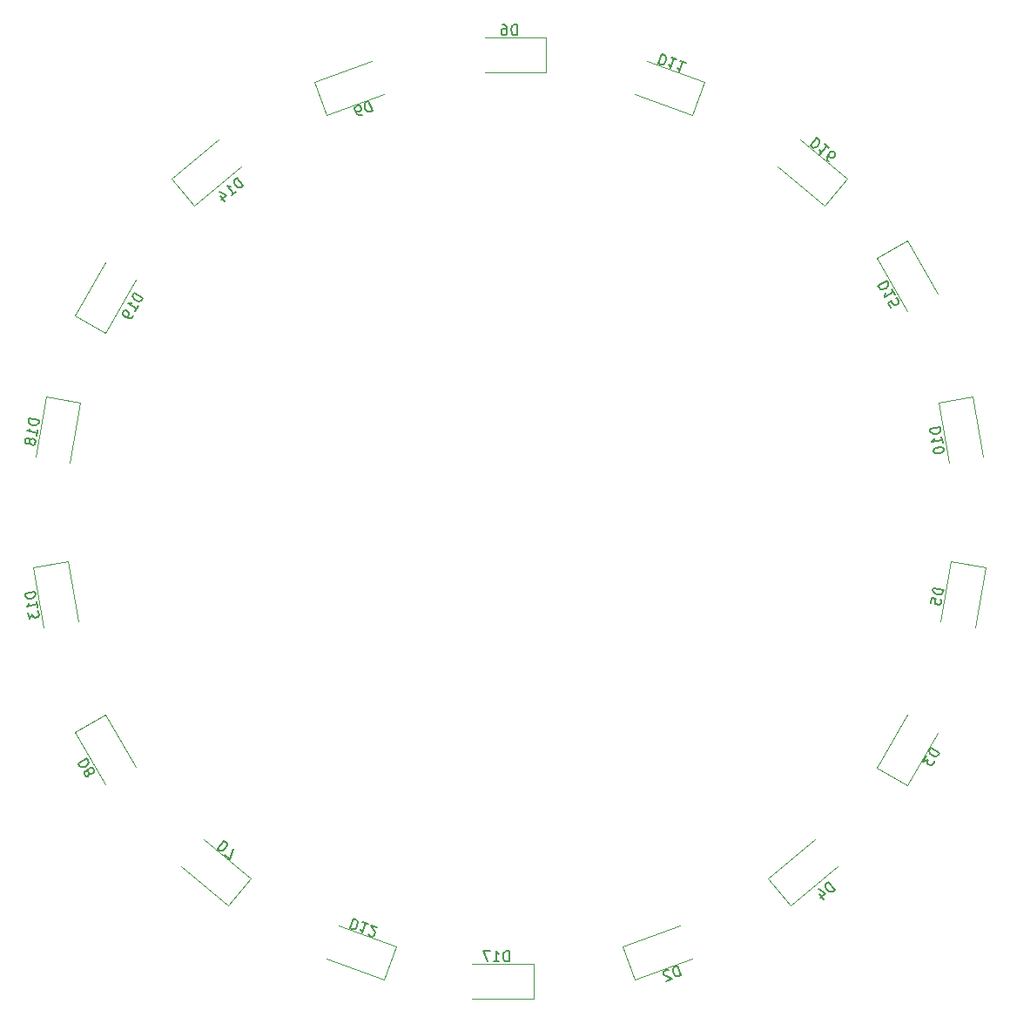
<source format=gbr>
%TF.GenerationSoftware,KiCad,Pcbnew,(6.0.9)*%
%TF.CreationDate,2022-11-20T19:55:09+01:00*%
%TF.ProjectId,ZLight_V2,5a4c6967-6874-45f5-9632-2e6b69636164,rev?*%
%TF.SameCoordinates,Original*%
%TF.FileFunction,Legend,Bot*%
%TF.FilePolarity,Positive*%
%FSLAX46Y46*%
G04 Gerber Fmt 4.6, Leading zero omitted, Abs format (unit mm)*
G04 Created by KiCad (PCBNEW (6.0.9)) date 2022-11-20 19:55:09*
%MOMM*%
%LPD*%
G01*
G04 APERTURE LIST*
%ADD10C,0.150000*%
%ADD11C,0.120000*%
G04 APERTURE END LIST*
D10*
%TO.C,D12*%
X134834516Y-138904328D02*
X134492495Y-139844021D01*
X134716232Y-139925454D01*
X134866760Y-139929567D01*
X134988828Y-139872646D01*
X135066149Y-139799438D01*
X135176043Y-139636736D01*
X135224903Y-139502494D01*
X135245302Y-139307218D01*
X135233128Y-139201437D01*
X135176207Y-139079369D01*
X135058252Y-138985762D01*
X134834516Y-138904328D01*
X136266428Y-139425502D02*
X135729461Y-139230062D01*
X135997945Y-139327782D02*
X135655924Y-140267474D01*
X135615290Y-140100659D01*
X135558369Y-139978591D01*
X135485161Y-139901271D01*
X136314959Y-140405993D02*
X136343420Y-140467027D01*
X136416628Y-140544348D01*
X136640364Y-140625781D01*
X136746145Y-140613607D01*
X136807179Y-140585147D01*
X136884500Y-140511939D01*
X136917073Y-140422444D01*
X136921186Y-140271916D01*
X136579659Y-139539509D01*
X137161373Y-139751235D01*
%TO.C,D8*%
X108944264Y-123334600D02*
X108078239Y-123834600D01*
X108197286Y-124040796D01*
X108309954Y-124140705D01*
X108440052Y-124175564D01*
X108546340Y-124169185D01*
X108735107Y-124115186D01*
X108858825Y-124043757D01*
X108999973Y-123907280D01*
X109058642Y-123818421D01*
X109093501Y-123688324D01*
X109063312Y-123540796D01*
X108944264Y-123334600D01*
X109020821Y-124610057D02*
X108931963Y-124551388D01*
X108866914Y-124533959D01*
X108760626Y-124540338D01*
X108719387Y-124564148D01*
X108660717Y-124653006D01*
X108643288Y-124718055D01*
X108649667Y-124824343D01*
X108744906Y-124989300D01*
X108833764Y-125047969D01*
X108898813Y-125065399D01*
X109005101Y-125059019D01*
X109046340Y-125035210D01*
X109105009Y-124946352D01*
X109122439Y-124881303D01*
X109116059Y-124775015D01*
X109020821Y-124610057D01*
X109014441Y-124503769D01*
X109031871Y-124438720D01*
X109090540Y-124349862D01*
X109255498Y-124254624D01*
X109361786Y-124248244D01*
X109426834Y-124265674D01*
X109515693Y-124324343D01*
X109610931Y-124489300D01*
X109617311Y-124595588D01*
X109599881Y-124660637D01*
X109541212Y-124749496D01*
X109376255Y-124844734D01*
X109269966Y-124851113D01*
X109204918Y-124833684D01*
X109116059Y-124775015D01*
%TO.C,D9*%
X136669154Y-60427917D02*
X136327133Y-59488224D01*
X136103397Y-59569658D01*
X135985442Y-59663265D01*
X135928521Y-59785333D01*
X135916347Y-59891114D01*
X135936746Y-60086390D01*
X135985606Y-60220632D01*
X136095500Y-60383334D01*
X136172821Y-60456542D01*
X136294889Y-60513463D01*
X136445417Y-60509350D01*
X136669154Y-60427917D01*
X135684714Y-60786224D02*
X135505725Y-60851371D01*
X135399943Y-60839197D01*
X135338909Y-60810736D01*
X135200555Y-60709068D01*
X135090661Y-60546365D01*
X134960368Y-60188387D01*
X134972541Y-60082606D01*
X135001002Y-60021572D01*
X135074210Y-59944251D01*
X135253199Y-59879105D01*
X135358980Y-59891279D01*
X135420014Y-59919739D01*
X135497335Y-59992947D01*
X135578768Y-60216683D01*
X135566594Y-60322465D01*
X135538134Y-60383499D01*
X135464926Y-60460819D01*
X135285937Y-60525966D01*
X135180155Y-60513792D01*
X135119122Y-60485331D01*
X135041801Y-60412123D01*
%TO.C,D19*%
X114398916Y-78574588D02*
X113532890Y-78074588D01*
X113413843Y-78280784D01*
X113383653Y-78428312D01*
X113418513Y-78558409D01*
X113477182Y-78647268D01*
X113618330Y-78783745D01*
X113742048Y-78855174D01*
X113930814Y-78909172D01*
X114037103Y-78915552D01*
X114167200Y-78880693D01*
X114279868Y-78780784D01*
X114398916Y-78574588D01*
X113637011Y-79894245D02*
X113922725Y-79399374D01*
X113779868Y-79646810D02*
X112913843Y-79146810D01*
X113085180Y-79135760D01*
X113215277Y-79100900D01*
X113304136Y-79042231D01*
X113398916Y-80306639D02*
X113303678Y-80471596D01*
X113214819Y-80530265D01*
X113149770Y-80547695D01*
X112978434Y-80558745D01*
X112789667Y-80504746D01*
X112459752Y-80314270D01*
X112401083Y-80225411D01*
X112383653Y-80160362D01*
X112390033Y-80054074D01*
X112485271Y-79889117D01*
X112574130Y-79830448D01*
X112639178Y-79813018D01*
X112745467Y-79819398D01*
X112951663Y-79938446D01*
X113010332Y-80027304D01*
X113027762Y-80092353D01*
X113021382Y-80198641D01*
X112926144Y-80363598D01*
X112837286Y-80422267D01*
X112772237Y-80439697D01*
X112665949Y-80433317D01*
%TO.C,D5*%
X192210138Y-106934917D02*
X191225330Y-106761269D01*
X191183985Y-106995747D01*
X191206074Y-107144702D01*
X191283327Y-107255031D01*
X191368849Y-107318465D01*
X191548163Y-107398436D01*
X191688850Y-107423243D01*
X191884701Y-107409424D01*
X191986761Y-107379066D01*
X192097090Y-107301813D01*
X192168793Y-107169395D01*
X192210138Y-106934917D01*
X190968992Y-108215032D02*
X191051682Y-107746076D01*
X191528907Y-107781870D01*
X191473742Y-107820497D01*
X191410309Y-107906019D01*
X191368964Y-108140497D01*
X191399322Y-108242557D01*
X191437948Y-108297722D01*
X191523470Y-108361156D01*
X191757948Y-108402500D01*
X191860009Y-108372143D01*
X191915173Y-108333516D01*
X191978607Y-108247994D01*
X192019952Y-108013516D01*
X191989594Y-107911456D01*
X191950967Y-107856291D01*
%TO.C,D11*%
X164834516Y-54904328D02*
X164492495Y-55844021D01*
X164716232Y-55925454D01*
X164866760Y-55929567D01*
X164988828Y-55872646D01*
X165066149Y-55799438D01*
X165176043Y-55636736D01*
X165224903Y-55502494D01*
X165245302Y-55307218D01*
X165233128Y-55201437D01*
X165176207Y-55079369D01*
X165058252Y-54985762D01*
X164834516Y-54904328D01*
X166266428Y-55425502D02*
X165729461Y-55230062D01*
X165997945Y-55327782D02*
X165655924Y-56267474D01*
X165615290Y-56100659D01*
X165558369Y-55978591D01*
X165485161Y-55901271D01*
X167161373Y-55751235D02*
X166624406Y-55555795D01*
X166892890Y-55653515D02*
X166550870Y-56593208D01*
X166510235Y-56426393D01*
X166453314Y-56304325D01*
X166380106Y-56227004D01*
%TO.C,D15*%
X186706169Y-76922207D02*
X185840144Y-77422207D01*
X185959191Y-77628403D01*
X186071859Y-77728312D01*
X186201957Y-77763171D01*
X186308245Y-77756791D01*
X186497012Y-77702793D01*
X186620730Y-77631364D01*
X186761877Y-77494887D01*
X186820546Y-77406028D01*
X186855406Y-77275931D01*
X186825217Y-77128403D01*
X186706169Y-76922207D01*
X187468074Y-78241865D02*
X187182360Y-77746993D01*
X187325217Y-77994429D02*
X186459191Y-78494429D01*
X186535290Y-78340521D01*
X186570150Y-78210424D01*
X186563770Y-78104136D01*
X187054429Y-79525411D02*
X186816334Y-79113018D01*
X187204918Y-78833684D01*
X187187488Y-78898733D01*
X187193868Y-79005021D01*
X187312915Y-79211217D01*
X187401774Y-79269886D01*
X187466822Y-79287316D01*
X187573111Y-79280936D01*
X187779307Y-79161889D01*
X187837976Y-79073030D01*
X187855406Y-79007982D01*
X187849026Y-78901693D01*
X187729979Y-78695497D01*
X187641120Y-78636828D01*
X187576071Y-78619398D01*
%TO.C,D14*%
X124120981Y-67666016D02*
X123478194Y-66899971D01*
X123295802Y-67053016D01*
X123216976Y-67181321D01*
X123205237Y-67315495D01*
X123229977Y-67419061D01*
X123315934Y-67595583D01*
X123407761Y-67705018D01*
X123566675Y-67820322D01*
X123664371Y-67862670D01*
X123798546Y-67874409D01*
X123938590Y-67819060D01*
X124120981Y-67666016D01*
X122953675Y-68645501D02*
X123391415Y-68278194D01*
X123172545Y-68461848D02*
X122529758Y-67695803D01*
X122694541Y-67744020D01*
X122828716Y-67755759D01*
X122932281Y-67731020D01*
X121868541Y-68685766D02*
X122297066Y-69196462D01*
X121806061Y-68240895D02*
X122447586Y-68635025D01*
X121973368Y-69032941D01*
%TO.C,D16*%
X179903278Y-63034421D02*
X179260490Y-63800465D01*
X179442881Y-63953510D01*
X179582925Y-64008858D01*
X179717100Y-63997120D01*
X179814796Y-63954772D01*
X179973710Y-63839468D01*
X180065537Y-63730033D01*
X180151494Y-63553511D01*
X180176234Y-63449945D01*
X180164495Y-63315771D01*
X180085669Y-63187465D01*
X179903278Y-63034421D01*
X181070583Y-64013907D02*
X180632844Y-63646599D01*
X180851714Y-63830253D02*
X180208926Y-64596297D01*
X180227796Y-64425645D01*
X180216057Y-64291470D01*
X180173710Y-64193774D01*
X181084405Y-65330912D02*
X180938492Y-65208476D01*
X180896144Y-65110780D01*
X180890275Y-65043693D01*
X180909145Y-64873040D01*
X180995103Y-64696518D01*
X181239974Y-64404691D01*
X181337670Y-64362344D01*
X181404757Y-64356474D01*
X181508323Y-64381214D01*
X181654236Y-64503650D01*
X181696584Y-64601346D01*
X181702453Y-64668433D01*
X181677714Y-64771999D01*
X181524669Y-64954390D01*
X181426973Y-64996738D01*
X181359886Y-65002607D01*
X181256320Y-64977868D01*
X181110407Y-64855432D01*
X181068059Y-64757736D01*
X181062190Y-64690648D01*
X181086929Y-64587083D01*
%TO.C,D17*%
X149964285Y-143052380D02*
X149964285Y-142052380D01*
X149726190Y-142052380D01*
X149583333Y-142100000D01*
X149488095Y-142195238D01*
X149440476Y-142290476D01*
X149392857Y-142480952D01*
X149392857Y-142623809D01*
X149440476Y-142814285D01*
X149488095Y-142909523D01*
X149583333Y-143004761D01*
X149726190Y-143052380D01*
X149964285Y-143052380D01*
X148440476Y-143052380D02*
X149011904Y-143052380D01*
X148726190Y-143052380D02*
X148726190Y-142052380D01*
X148821428Y-142195238D01*
X148916666Y-142290476D01*
X149011904Y-142338095D01*
X148107142Y-142052380D02*
X147440476Y-142052380D01*
X147869047Y-143052380D01*
%TO.C,D10*%
X191871110Y-91142362D02*
X190886303Y-91316011D01*
X190927647Y-91550489D01*
X190999350Y-91682906D01*
X191109679Y-91760160D01*
X191211739Y-91790517D01*
X191407591Y-91804337D01*
X191548277Y-91779530D01*
X191727591Y-91699559D01*
X191813113Y-91636125D01*
X191890366Y-91525796D01*
X191912455Y-91376840D01*
X191871110Y-91142362D01*
X192135717Y-92643022D02*
X192036489Y-92080275D01*
X192086103Y-92361648D02*
X191101295Y-92535296D01*
X191225444Y-92416698D01*
X191302698Y-92306369D01*
X191333055Y-92204309D01*
X191258406Y-93426313D02*
X191274944Y-93520104D01*
X191338377Y-93605626D01*
X191393542Y-93644253D01*
X191495602Y-93674611D01*
X191691453Y-93688430D01*
X191925931Y-93647086D01*
X192105245Y-93567114D01*
X192190767Y-93503681D01*
X192229394Y-93448516D01*
X192259751Y-93346456D01*
X192243214Y-93252665D01*
X192179780Y-93167142D01*
X192124615Y-93128516D01*
X192022555Y-93098158D01*
X191826704Y-93084338D01*
X191592226Y-93125683D01*
X191412912Y-93205655D01*
X191327390Y-93269088D01*
X191288763Y-93324253D01*
X191258406Y-93426313D01*
%TO.C,D3*%
X191839282Y-122786981D02*
X190973256Y-122286981D01*
X190854208Y-122493177D01*
X190824019Y-122640705D01*
X190858879Y-122770802D01*
X190917548Y-122859661D01*
X191058696Y-122996138D01*
X191182413Y-123067567D01*
X191371180Y-123121565D01*
X191477468Y-123127945D01*
X191607566Y-123093086D01*
X191720234Y-122993177D01*
X191839282Y-122786981D01*
X190520875Y-123070528D02*
X190211351Y-123606639D01*
X190707932Y-123508440D01*
X190636504Y-123632157D01*
X190630124Y-123738446D01*
X190647554Y-123803494D01*
X190706223Y-123892353D01*
X190912420Y-124011400D01*
X191018708Y-124017780D01*
X191083756Y-124000350D01*
X191172615Y-123941681D01*
X191315472Y-123694245D01*
X191321852Y-123587957D01*
X191304422Y-123522908D01*
%TO.C,D7*%
X122268061Y-131340510D02*
X121625273Y-132106555D01*
X121807665Y-132259599D01*
X121947708Y-132314948D01*
X122081883Y-132303209D01*
X122179579Y-132260861D01*
X122338493Y-132145557D01*
X122430320Y-132036122D01*
X122516277Y-131859600D01*
X122541017Y-131756034D01*
X122529278Y-131621860D01*
X122450452Y-131493555D01*
X122268061Y-131340510D01*
X122318361Y-132688124D02*
X122829057Y-133116649D01*
X123143540Y-132075125D01*
%TO.C,D2*%
X166669154Y-144427917D02*
X166327133Y-143488224D01*
X166103397Y-143569658D01*
X165985442Y-143663265D01*
X165928521Y-143785333D01*
X165916347Y-143891114D01*
X165936746Y-144086390D01*
X165985606Y-144220632D01*
X166095500Y-144383334D01*
X166172821Y-144456542D01*
X166294889Y-144513463D01*
X166445417Y-144509350D01*
X166669154Y-144427917D01*
X165464761Y-143903452D02*
X165403727Y-143874992D01*
X165297946Y-143862818D01*
X165074210Y-143944251D01*
X165001002Y-144021572D01*
X164972541Y-144082606D01*
X164960368Y-144188387D01*
X164992941Y-144277882D01*
X165086548Y-144395837D01*
X165818955Y-144737364D01*
X165237241Y-144949091D01*
%TO.C,D18*%
X104292827Y-90465961D02*
X103308020Y-90292312D01*
X103266675Y-90526791D01*
X103288763Y-90675746D01*
X103366017Y-90786075D01*
X103451539Y-90849509D01*
X103630852Y-90929480D01*
X103771539Y-90954287D01*
X103967391Y-90940468D01*
X104069451Y-90910110D01*
X104179780Y-90832857D01*
X104251482Y-90700439D01*
X104292827Y-90465961D01*
X104028221Y-91966620D02*
X104127448Y-91403873D01*
X104077834Y-91685246D02*
X103093027Y-91511598D01*
X103250251Y-91442614D01*
X103360580Y-91365361D01*
X103424014Y-91279838D01*
X103366246Y-92430140D02*
X103335888Y-92328080D01*
X103297261Y-92272915D01*
X103211739Y-92209482D01*
X103164844Y-92201213D01*
X103062783Y-92231570D01*
X103007619Y-92270197D01*
X102944185Y-92355719D01*
X102911109Y-92543302D01*
X102941467Y-92645362D01*
X102980094Y-92700526D01*
X103065616Y-92763960D01*
X103112512Y-92772229D01*
X103214572Y-92741871D01*
X103269736Y-92703245D01*
X103333170Y-92617722D01*
X103366246Y-92430140D01*
X103429679Y-92344618D01*
X103484844Y-92305991D01*
X103586904Y-92275633D01*
X103774486Y-92308709D01*
X103860009Y-92372143D01*
X103898635Y-92427307D01*
X103928993Y-92529367D01*
X103895917Y-92716950D01*
X103832484Y-92802472D01*
X103777319Y-92841099D01*
X103675259Y-92871456D01*
X103487676Y-92838381D01*
X103402154Y-92774947D01*
X103363528Y-92719782D01*
X103333170Y-92617722D01*
%TO.C,D13*%
X103871110Y-107142362D02*
X102886303Y-107316011D01*
X102927647Y-107550489D01*
X102999350Y-107682906D01*
X103109679Y-107760160D01*
X103211739Y-107790517D01*
X103407591Y-107804337D01*
X103548277Y-107779530D01*
X103727591Y-107699559D01*
X103813113Y-107636125D01*
X103890366Y-107525796D01*
X103912455Y-107376840D01*
X103871110Y-107142362D01*
X104135717Y-108643022D02*
X104036489Y-108080275D01*
X104086103Y-108361648D02*
X103101295Y-108535296D01*
X103225444Y-108416698D01*
X103302698Y-108306369D01*
X103333055Y-108204309D01*
X103208792Y-109144939D02*
X103316288Y-109754582D01*
X103633571Y-109360161D01*
X103658377Y-109500848D01*
X103721811Y-109586370D01*
X103776976Y-109624997D01*
X103879036Y-109655355D01*
X104113514Y-109614010D01*
X104199036Y-109550576D01*
X104237663Y-109495412D01*
X104268020Y-109393352D01*
X104218407Y-109111978D01*
X104154973Y-109026456D01*
X104099809Y-108987829D01*
%TO.C,D6*%
X150738095Y-53052380D02*
X150738095Y-52052380D01*
X150500000Y-52052380D01*
X150357142Y-52100000D01*
X150261904Y-52195238D01*
X150214285Y-52290476D01*
X150166666Y-52480952D01*
X150166666Y-52623809D01*
X150214285Y-52814285D01*
X150261904Y-52909523D01*
X150357142Y-53004761D01*
X150500000Y-53052380D01*
X150738095Y-53052380D01*
X149309523Y-52052380D02*
X149500000Y-52052380D01*
X149595238Y-52100000D01*
X149642857Y-52147619D01*
X149738095Y-52290476D01*
X149785714Y-52480952D01*
X149785714Y-52861904D01*
X149738095Y-52957142D01*
X149690476Y-53004761D01*
X149595238Y-53052380D01*
X149404761Y-53052380D01*
X149309523Y-53004761D01*
X149261904Y-52957142D01*
X149214285Y-52861904D01*
X149214285Y-52623809D01*
X149261904Y-52528571D01*
X149309523Y-52480952D01*
X149404761Y-52433333D01*
X149595238Y-52433333D01*
X149690476Y-52480952D01*
X149738095Y-52528571D01*
X149785714Y-52623809D01*
%TO.C,D4*%
X181656198Y-136072105D02*
X181013411Y-135306060D01*
X180831019Y-135459105D01*
X180752193Y-135587410D01*
X180740454Y-135721585D01*
X180765194Y-135825150D01*
X180851151Y-136001672D01*
X180942978Y-136111107D01*
X181101892Y-136226412D01*
X181199588Y-136268759D01*
X181333763Y-136280498D01*
X181473807Y-136225150D01*
X181656198Y-136072105D01*
X180133324Y-136479677D02*
X180561849Y-136990373D01*
X180070844Y-136034806D02*
X180712369Y-136428935D01*
X180238151Y-136826852D01*
D11*
%TO.C,D12*%
X138954931Y-141630375D02*
X133373157Y-139598775D01*
X132210288Y-142793730D02*
X137792062Y-144825330D01*
X137792062Y-144825330D02*
X138954931Y-141630375D01*
%TO.C,D8*%
X110677243Y-119040969D02*
X107732757Y-120740969D01*
X107732757Y-120740969D02*
X110702757Y-125885160D01*
X113647243Y-124185160D02*
X110677243Y-119040969D01*
%TO.C,D9*%
X131045069Y-57630375D02*
X132207938Y-60825330D01*
X136626843Y-55598775D02*
X131045069Y-57630375D01*
X132207938Y-60825330D02*
X137789712Y-58793730D01*
%TO.C,D19*%
X110677243Y-81959031D02*
X113647243Y-76814840D01*
X110702757Y-75114840D02*
X107732757Y-80259031D01*
X107732757Y-80259031D02*
X110677243Y-81959031D01*
%TO.C,D5*%
X195266100Y-110609500D02*
X196297570Y-104759742D01*
X192949224Y-104169338D02*
X191917754Y-110019096D01*
X196297570Y-104759742D02*
X192949224Y-104169338D01*
%TO.C,D11*%
X162210288Y-58793730D02*
X167792062Y-60825330D01*
X167792062Y-60825330D02*
X168954931Y-57630375D01*
X168954931Y-57630375D02*
X163373157Y-55598775D01*
%TO.C,D15*%
X185732757Y-74740969D02*
X188702757Y-79885160D01*
X188677243Y-73040969D02*
X185732757Y-74740969D01*
X191647243Y-78185160D02*
X188677243Y-73040969D01*
%TO.C,D14*%
X121707466Y-63187174D02*
X117157162Y-67005332D01*
X119342639Y-69609883D02*
X123892943Y-65791725D01*
X117157162Y-67005332D02*
X119342639Y-69609883D01*
%TO.C,D16*%
X180657361Y-69609883D02*
X182842838Y-67005332D01*
X176107057Y-65791725D02*
X180657361Y-69609883D01*
X182842838Y-67005332D02*
X178292534Y-63187174D01*
%TO.C,D17*%
X152340000Y-143300000D02*
X146400000Y-143300000D01*
X152340000Y-146700000D02*
X152340000Y-143300000D01*
X146400000Y-146700000D02*
X152340000Y-146700000D01*
%TO.C,D10*%
X195050776Y-88169338D02*
X191702430Y-88759742D01*
X196082246Y-94019096D02*
X195050776Y-88169338D01*
X191702430Y-88759742D02*
X192733900Y-94609500D01*
%TO.C,D3*%
X188677243Y-125959031D02*
X191647243Y-120814840D01*
X188702757Y-119114840D02*
X185732757Y-124259031D01*
X185732757Y-124259031D02*
X188677243Y-125959031D01*
%TO.C,D7*%
X124842838Y-135005332D02*
X120292534Y-131187174D01*
X118107057Y-133791725D02*
X122657361Y-137609883D01*
X122657361Y-137609883D02*
X124842838Y-135005332D01*
%TO.C,D2*%
X166626843Y-139598775D02*
X161045069Y-141630375D01*
X162207938Y-144825330D02*
X167789712Y-142793730D01*
X161045069Y-141630375D02*
X162207938Y-144825330D01*
%TO.C,D18*%
X108297570Y-88759742D02*
X104949224Y-88169338D01*
X104949224Y-88169338D02*
X103917754Y-94019096D01*
X107266100Y-94609500D02*
X108297570Y-88759742D01*
%TO.C,D13*%
X108082246Y-110019096D02*
X107050776Y-104169338D01*
X107050776Y-104169338D02*
X103702430Y-104759742D01*
X103702430Y-104759742D02*
X104733900Y-110609500D01*
%TO.C,D6*%
X153590000Y-53300000D02*
X147650000Y-53300000D01*
X153590000Y-56700000D02*
X153590000Y-53300000D01*
X147650000Y-56700000D02*
X153590000Y-56700000D01*
%TO.C,D4*%
X177342639Y-137609883D02*
X181892943Y-133791725D01*
X179707466Y-131187174D02*
X175157162Y-135005332D01*
X175157162Y-135005332D02*
X177342639Y-137609883D01*
%TD*%
M02*

</source>
